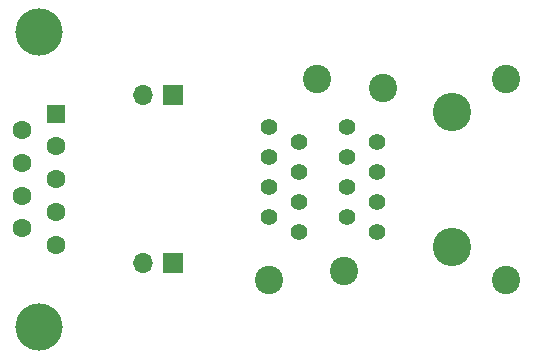
<source format=gbr>
%TF.GenerationSoftware,KiCad,Pcbnew,(5.1.10-1-10_14)*%
%TF.CreationDate,2021-07-06T11:09:29-07:00*%
%TF.ProjectId,BarixAnalogDB9-RJ45,42617269-7841-46e6-916c-6f674442392d,rev?*%
%TF.SameCoordinates,Original*%
%TF.FileFunction,Soldermask,Bot*%
%TF.FilePolarity,Negative*%
%FSLAX46Y46*%
G04 Gerber Fmt 4.6, Leading zero omitted, Abs format (unit mm)*
G04 Created by KiCad (PCBNEW (5.1.10-1-10_14)) date 2021-07-06 11:09:29*
%MOMM*%
%LPD*%
G01*
G04 APERTURE LIST*
%ADD10C,1.408000*%
%ADD11C,2.400000*%
%ADD12C,3.250000*%
%ADD13R,1.600000X1.600000*%
%ADD14C,1.600000*%
%ADD15C,4.000000*%
%ADD16R,1.700000X1.700000*%
%ADD17O,1.700000X1.700000*%
G04 APERTURE END LIST*
D10*
%TO.C,J1*%
X152687000Y-100203000D03*
X152687000Y-97663000D03*
X152687000Y-95123000D03*
X152687000Y-92583000D03*
X155227000Y-93853000D03*
X155227000Y-96393000D03*
X155227000Y-98933000D03*
X155227000Y-101473000D03*
D11*
X166147000Y-105533000D03*
X166147000Y-88523000D03*
D10*
X146087000Y-100203000D03*
X146087000Y-97663000D03*
X146087000Y-95123000D03*
X146087000Y-92583000D03*
X148627000Y-93853000D03*
X148627000Y-96393000D03*
X148627000Y-98933000D03*
X148627000Y-101473000D03*
D11*
X146087000Y-105533000D03*
X152437000Y-104773000D03*
X155737000Y-89283000D03*
X150147000Y-88523000D03*
D12*
X161577000Y-102743000D03*
X161577000Y-91313000D03*
%TD*%
D13*
%TO.C,J2*%
X128027001Y-91460339D03*
D14*
X128027001Y-94230339D03*
X128027001Y-97000339D03*
X128027001Y-99770339D03*
X128027001Y-102540339D03*
X125187001Y-92845339D03*
X125187001Y-95615339D03*
X125187001Y-98385339D03*
X125187001Y-101155339D03*
D15*
X126607001Y-84500339D03*
X126607001Y-109500339D03*
%TD*%
D16*
%TO.C,JP1*%
X137922000Y-104140000D03*
D17*
X135382000Y-104140000D03*
%TD*%
%TO.C,JP2*%
X135382000Y-89916000D03*
D16*
X137922000Y-89916000D03*
%TD*%
M02*

</source>
